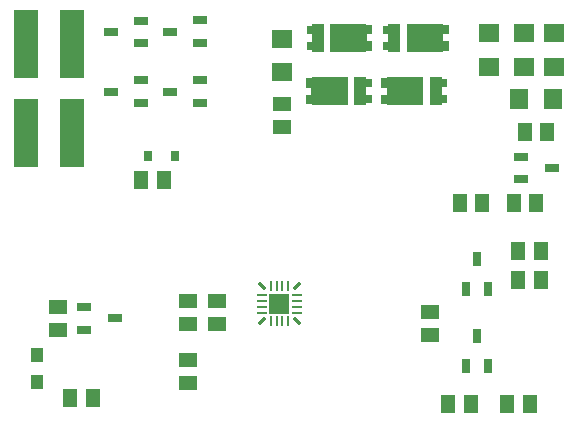
<source format=gbr>
%FSTAX25Y25*%
%MOMM*%
%SFA1B1*%

%IPPOS*%
%AMD23*
4,1,4,-0.139700,0.314960,-0.314960,0.139700,0.139700,-0.314960,0.314960,-0.139700,-0.139700,0.314960,0.0*
1,1,0.250000,-0.228600,0.228600*
1,1,0.250000,0.228600,-0.228600*
%
%AMD27*
4,1,4,-0.314960,-0.139700,-0.139700,-0.314960,0.314960,0.139700,0.139700,0.314960,-0.314960,-0.139700,0.0*
1,1,0.250000,-0.228600,-0.228600*
1,1,0.250000,0.228600,0.228600*
%
%ADD10R,1.299967X1.500117*%
%ADD11R,0.649999X1.199998*%
%ADD12R,1.500117X1.299967*%
%ADD13R,1.199998X0.649999*%
%ADD14R,1.802886X1.599947*%
%ADD15R,1.599947X1.802886*%
%ADD16R,1.100068X1.249928*%
%ADD17R,1.800096X1.599947*%
%ADD18R,0.800098X0.899918*%
%ADD19R,2.150106X5.800078*%
%ADD20R,1.100068X2.400045*%
%ADD21R,3.100064X2.400045*%
%ADD22R,0.800098X0.800098*%
G04~CAMADD=23~3~0.0~0.0~98.4~354.3~0.0~0.0~0~0.0~0.0~0.0~0.0~0~0.0~0.0~0.0~0.0~0~0.0~0.0~0.0~45.0~278.0~278.0*
%ADD23D23*%
%ADD24R,1.699997X1.699997*%
%ADD25O,0.250000X0.899998*%
%ADD26O,0.899998X0.250000*%
G04~CAMADD=27~3~0.0~0.0~98.4~354.3~0.0~0.0~0~0.0~0.0~0.0~0.0~0~0.0~0.0~0.0~0.0~0~0.0~0.0~0.0~135.0~278.0~278.0*
%ADD27D27*%
%LNdevboard_paste_top-1*%
%LPD*%
G36*
X3512185Y3779994D02*
X3422192D01*
Y3860004*
X3512185*
Y3779994*
G37*
G36*
X33322Y3769989D02*
X3242183D01*
Y3849999*
X33322*
Y3769989*
G37*
G36*
X3202178D02*
X3112185D01*
Y3849999*
X3202178*
Y3769989*
G37*
G36*
X33322Y3649997D02*
X3242183D01*
Y3730007*
X33322*
Y3649997*
G37*
G36*
X3202178D02*
X3112185D01*
Y3730007*
X3202178*
Y3649997*
G37*
G36*
X3512185Y363999D02*
X3422192D01*
Y372*
X3512185*
Y363999*
G37*
G36*
X3082188Y3779994D02*
Y372D01*
Y363999*
X3002178Y3639992*
Y372*
X3047187*
Y3779994*
X3002178*
Y3860004*
X3082188*
Y3779994*
G37*
G36*
X3140003Y4229996D02*
X3050011D01*
Y4310006*
X3140003*
Y4229996*
G37*
G36*
X345001Y4219989D02*
X3360018D01*
Y4299999*
X345001*
Y4219989*
G37*
G36*
X3320013D02*
X3229996D01*
Y4299999*
X3320013*
Y4219989*
G37*
G36*
X345001Y4099999D02*
X3360018D01*
Y4180009*
X345001*
Y4099999*
G37*
G36*
X3320013D02*
X3229996D01*
Y4180009*
X3320013*
Y4099999*
G37*
G36*
X3560018Y4310006D02*
Y4229996D01*
X3515009*
Y4170001*
X3560018*
Y4089991*
X3480008*
Y4170001*
Y4229996*
Y4310006*
X3560018*
G37*
G36*
X3140003Y4089991D02*
X3050011D01*
Y4170001*
X3140003*
Y4089991*
G37*
G36*
X3839979Y3769989D02*
X3749987D01*
X3749984Y3849999*
X3839979*
Y3769989*
G37*
G36*
Y3649997D02*
X3749984D01*
X3749987Y3730007*
X3839979*
Y3649997*
G37*
G36*
X3719987Y3779994D02*
Y372D01*
Y363999*
X3639977Y3639992*
Y372*
X3684988*
Y3779994*
X3639977*
Y3860004*
X3719987*
Y3779994*
G37*
G36*
X3969999Y3730007D02*
Y3649997D01*
X3879984*
Y3730007*
X3969999*
G37*
G36*
Y3849999D02*
Y3769989D01*
X3879984*
Y3849999*
X3969999*
G37*
G36*
X4149986Y372D02*
Y363999D01*
X4059994*
Y372*
X4149986*
G37*
G36*
Y3860004D02*
Y3779994D01*
X4059994*
Y3860004*
X4149986*
G37*
G36*
X3789697Y4229996D02*
X3699705D01*
Y4310006*
X3789697*
Y4229996*
G37*
G36*
X4099704Y4219989D02*
X4009712D01*
Y4299999*
X4099704*
Y4219989*
G37*
G36*
X3969707D02*
X3879689D01*
Y4299999*
X3969707*
Y4219989*
G37*
G36*
X4099704Y4099999D02*
X4009712D01*
Y4180009*
X4099704*
Y4099999*
G37*
G36*
X3969707D02*
X3879689D01*
Y4180009*
X3969707*
Y4099999*
G37*
G36*
X4209712Y4310006D02*
Y4229996D01*
X4164703*
Y4170001*
X4209712*
Y4089991*
X4129702*
Y4170001*
Y4229996*
Y4310006*
X4209712*
G37*
G36*
X3789697Y4089991D02*
X3699705D01*
Y4170001*
X3789697*
Y4089991*
G37*
G54D10*
X498999Y2149998D03*
X4799998D03*
Y2399997D03*
X498999D03*
X4394995Y1099997D03*
X4205003D03*
X4894994D03*
X4705002D03*
X4494994Y2799999D03*
X4305002D03*
X4949997D03*
X4760005D03*
X1794995Y2999999D03*
X1605003D03*
X5044993Y3399998D03*
X4855001D03*
X1005001Y1149997D03*
X1194993D03*
G54D11*
X4354997Y2069998D03*
X4544999D03*
X4449998Y2329997D03*
X4354997Y1419999D03*
X4544999D03*
X4449998Y1679999D03*
G54D12*
X4049999Y1875299D03*
Y1685307D03*
X2794797Y344651D03*
Y3636502D03*
X0899998Y1920295D03*
Y1730303D03*
X1999998Y1470294D03*
Y1280302D03*
Y1969993D03*
Y1780001D03*
X2249698Y1970295D03*
Y1780303D03*
G54D13*
X1607002Y4153999D03*
Y4343999D03*
X1347002Y4248998D03*
X2107003Y4157997D03*
Y4347999D03*
X1847001Y4252998D03*
X4819997Y3194999D03*
Y3004997D03*
X508Y3099998D03*
X1607002Y3649997D03*
Y3839999D03*
X1347002Y3744998D03*
X2107003Y3649997D03*
Y3839999D03*
X1847001Y3744998D03*
X1119997Y1920298D03*
Y1730298D03*
X1379999Y1825299D03*
G54D14*
X4549998Y395781D03*
Y4242188D03*
X4849997D03*
Y395781D03*
X5099999D03*
Y4242188D03*
G54D15*
X4807808Y3679995D03*
X5092186D03*
G54D16*
X0719693Y1282499D03*
Y1517497D03*
G54D17*
X2794797Y3909994D03*
Y4190004D03*
G54D18*
X166199Y3198997D03*
X1892015D03*
G54D19*
X0634497Y3399D03*
X101951D03*
X0634497Y4148998D03*
X101951D03*
G54D20*
X3462197Y3749997D03*
X4099999D03*
X3749692Y4199999D03*
X3099998D03*
G54D21*
X3202178Y3749997D03*
X3839979D03*
X4009712Y4199999D03*
X3360018D03*
G54D22*
X3522192Y3679995D03*
Y3819999D03*
X3042183D03*
Y3679995D03*
X4159991D03*
Y3819999D03*
X3679982D03*
Y3679995D03*
X3689697Y4270001D03*
Y4129996D03*
X4169707D03*
Y4270001D03*
X3040004D03*
Y4129996D03*
X3520013D03*
Y4270001D03*
G54D23*
X2629199Y2097498D03*
X2924197Y1802498D03*
G54D24*
X2776697Y1949998D03*
G54D25*
X2701698Y2097498D03*
X2751698D03*
X2801698D03*
X2851698D03*
Y1802498D03*
X2801698D03*
X2751698D03*
X2701698D03*
G54D26*
X2924197Y2024999D03*
Y1974999D03*
Y1924999D03*
Y1874997D03*
X2629199D03*
Y1924999D03*
Y1974999D03*
Y2024999D03*
G54D27*
X2924197Y2097498D03*
X2629199Y1802498D03*
M02*
</source>
